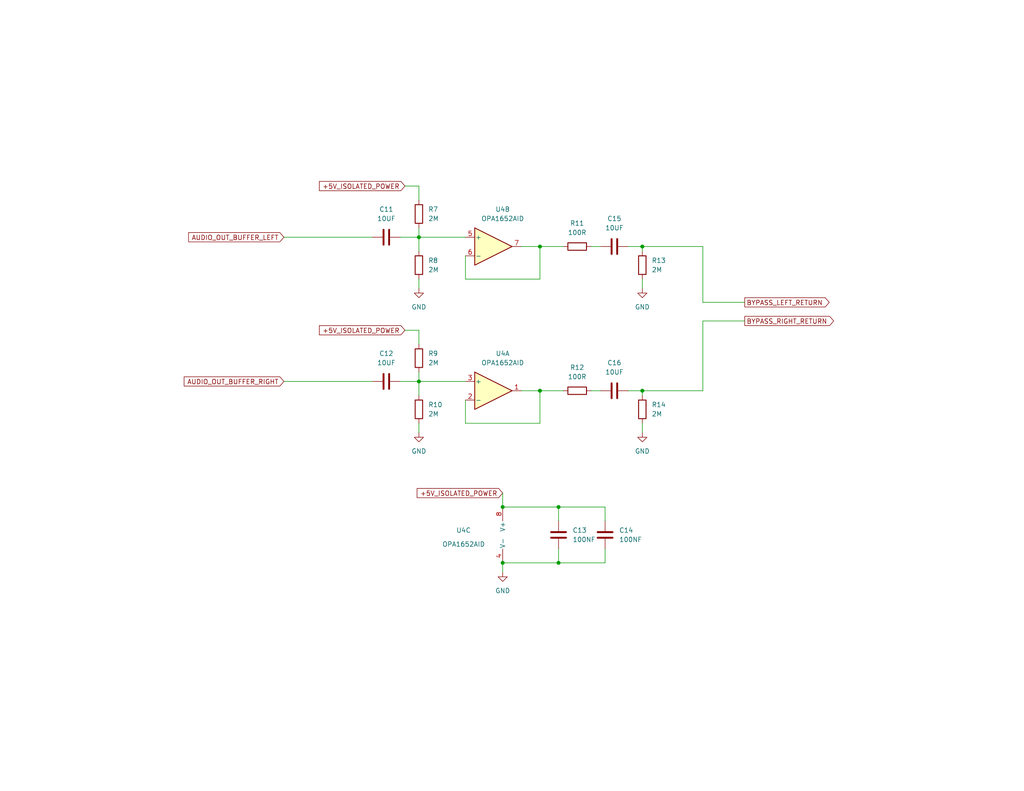
<source format=kicad_sch>
(kicad_sch (version 20230121) (generator eeschema)
  (paper "USLetter")
  (title_block (title "Daisy Seed Guitar Pedal 1590B SMD") (date "2023-11-03") (rev "2") (company "Made by Keith Shepherd (kshep@mac.com)") (comment 1 "https://github.com/electro-smith/Hardware/blob/master/reference/daisy_petal/") (comment 2 "Schematic from the Electro-Smith Daisy Petal Reference Hardware Rev 5"))
  (lib_symbols
    (symbol "Amplifier_Operational:OPA1612AxD" (pin_names (offset 0.127))
      (property "Reference" "U" (at 0 5.08 0))
      (property "Value" "OPA1612AxD" (at 0 -5.08 0))
      (symbol "OPA1612AxD_1_1"
        (polyline (pts (xy -5.08 5.08) (xy 5.08 0) (xy -5.08 -5.08) (xy -5.08 5.08)) (stroke (width 0.254)) (fill (type background)))
        (pin output line (at 7.62 0 180) (length 2.54) (name "~") (number "1"))
        (pin input line (at -7.62 -2.54 0) (length 2.54) (name "-") (number "2"))
        (pin input line (at -7.62 2.54 0) (length 2.54) (name "+") (number "3"))
      )
      (symbol "OPA1612AxD_2_1"
        (polyline (pts (xy -5.08 5.08) (xy 5.08 0) (xy -5.08 -5.08) (xy -5.08 5.08)) (stroke (width 0.254)) (fill (type background)))
        (pin input line (at -7.62 2.54 0) (length 2.54) (name "+") (number "5"))
        (pin input line (at -7.62 -2.54 0) (length 2.54) (name "-") (number "6"))
        (pin output line (at 7.62 0 180) (length 2.54) (name "~") (number "7"))
      )
      (symbol "OPA1612AxD_3_1"
        (pin power_in line (at -2.54 -7.62 90) (length 3.81) (name "V-") (number "4"))
        (pin power_in line (at -2.54 7.62 270) (length 3.81) (name "V+") (number "8"))
      )
    )
    (symbol "Device:C" (pin_numbers hide) (pin_names (offset 0.254))
      (property "Reference" "C" (at 0.635 2.54 0))
      (property "Value" "C" (at 0.635 -2.54 0))
      (symbol "C_0_1"
        (polyline (pts (xy -2.032 -0.762) (xy 2.032 -0.762)) (stroke (width 0.508)))
        (polyline (pts (xy -2.032 0.762) (xy 2.032 0.762)) (stroke (width 0.508)))
      )
      (symbol "C_1_1"
        (pin passive line (at 0 3.81 270) (length 2.794) (name "~") (number "1"))
        (pin passive line (at 0 -3.81 90) (length 2.794) (name "~") (number "2"))
      )
    )
    (symbol "Device:R" (pin_numbers hide) (pin_names (offset 0))
      (property "Reference" "R" (at 2.032 0 90))
      (property "Value" "R" (at 0 0 90))
      (symbol "R_0_1"
        (rectangle (start -1.016 -2.54) (end 1.016 2.54) (stroke (width 0.254)))
      )
      (symbol "R_1_1"
        (pin passive line (at 0 3.81 270) (length 1.27) (name "~") (number "1"))
        (pin passive line (at 0 -3.81 90) (length 1.27) (name "~") (number "2"))
      )
    )
    (symbol "power:GND" (power) (pin_names (offset 0))
      (property "Value" "GND" (at 0 -3.81 0))
      (symbol "GND_0_1"
        (polyline (pts (xy 0 0) (xy 0 -1.27) (xy 1.27 -1.27) (xy 0 -2.54) (xy -1.27 -1.27) (xy 0 -1.27)))
      )
      (symbol "GND_1_1"
        (pin power_in line (at 0 0 270) (length 0) hide (name "GND") (number "1"))
      )
    )
  )
  (junction (at 137.16 153.67))
  (junction (at 175.26 106.68))
  (junction (at 147.32 106.68))
  (junction (at 152.4 153.67))
  (junction (at 175.26 67.31))
  (junction (at 114.3 104.14))
  (junction (at 137.16 138.43))
  (junction (at 114.3 64.77))
  (junction (at 147.32 67.31))
  (junction (at 152.4 138.43))
  (wire (pts (xy 171.45 106.68) (xy 175.26 106.68)))
  (wire (pts (xy 165.1 138.43) (xy 165.1 142.24)))
  (wire (pts (xy 137.16 134.62) (xy 137.16 138.43)))
  (wire (pts (xy 161.29 67.31) (xy 163.83 67.31)))
  (wire (pts (xy 114.3 104.14) (xy 114.3 107.95)))
  (wire (pts (xy 114.3 115.57) (xy 114.3 118.11)))
  (wire (pts (xy 114.3 64.77) (xy 114.3 62.23)))
  (wire (pts (xy 127 69.85) (xy 127 76.2)))
  (wire (pts (xy 147.32 76.2) (xy 127 76.2)))
  (wire (pts (xy 114.3 64.77) (xy 127 64.77)))
  (wire (pts (xy 114.3 54.61) (xy 114.3 50.8)))
  (wire (pts (xy 152.4 153.67) (xy 165.1 153.67)))
  (wire (pts (xy 165.1 149.86) (xy 165.1 153.67)))
  (wire (pts (xy 175.26 106.68) (xy 191.77 106.68)))
  (wire (pts (xy 191.77 82.55) (xy 203.2 82.55)))
  (wire (pts (xy 114.3 104.14) (xy 127 104.14)))
  (wire (pts (xy 175.26 115.57) (xy 175.26 118.11)))
  (wire (pts (xy 161.29 106.68) (xy 163.83 106.68)))
  (wire (pts (xy 191.77 67.31) (xy 191.77 82.55)))
  (wire (pts (xy 175.26 76.2) (xy 175.26 78.74)))
  (wire (pts (xy 110.49 50.8) (xy 114.3 50.8)))
  (wire (pts (xy 114.3 76.2) (xy 114.3 78.74)))
  (wire (pts (xy 137.16 138.43) (xy 152.4 138.43)))
  (wire (pts (xy 171.45 67.31) (xy 175.26 67.31)))
  (wire (pts (xy 137.16 153.67) (xy 152.4 153.67)))
  (wire (pts (xy 110.49 90.17) (xy 114.3 90.17)))
  (wire (pts (xy 142.24 67.31) (xy 147.32 67.31)))
  (wire (pts (xy 127 109.22) (xy 127 115.57)))
  (wire (pts (xy 175.26 106.68) (xy 175.26 107.95)))
  (wire (pts (xy 77.47 64.77) (xy 101.6 64.77)))
  (wire (pts (xy 152.4 138.43) (xy 152.4 142.24)))
  (wire (pts (xy 175.26 67.31) (xy 175.26 68.58)))
  (wire (pts (xy 152.4 138.43) (xy 165.1 138.43)))
  (wire (pts (xy 147.32 106.68) (xy 153.67 106.68)))
  (wire (pts (xy 109.22 104.14) (xy 114.3 104.14)))
  (wire (pts (xy 175.26 67.31) (xy 191.77 67.31)))
  (wire (pts (xy 109.22 64.77) (xy 114.3 64.77)))
  (wire (pts (xy 152.4 149.86) (xy 152.4 153.67)))
  (wire (pts (xy 191.77 106.68) (xy 191.77 87.63)))
  (wire (pts (xy 114.3 64.77) (xy 114.3 68.58)))
  (wire (pts (xy 114.3 104.14) (xy 114.3 101.6)))
  (wire (pts (xy 142.24 106.68) (xy 147.32 106.68)))
  (wire (pts (xy 147.32 67.31) (xy 153.67 67.31)))
  (wire (pts (xy 137.16 153.67) (xy 137.16 156.21)))
  (wire (pts (xy 147.32 115.57) (xy 127 115.57)))
  (wire (pts (xy 147.32 67.31) (xy 147.32 76.2)))
  (wire (pts (xy 191.77 87.63) (xy 203.2 87.63)))
  (wire (pts (xy 114.3 93.98) (xy 114.3 90.17)))
  (wire (pts (xy 77.47 104.14) (xy 101.6 104.14)))
  (wire (pts (xy 147.32 106.68) (xy 147.32 115.57)))
  (global_label "BYPASS_LEFT_RETURN" (shape output) (at 203.2 82.55 0) (property "Intersheetrefs" "${INTERSHEET_REFS}" (effects hide)))
  (global_label "+5V_ISOLATED_POWER" (shape input) (at 110.49 50.8 180) (property "Intersheetrefs" "${INTERSHEET_REFS}" (effects hide)))
  (global_label "AUDIO_OUT_BUFFER_RIGHT" (shape input) (at 77.47 104.14 180) (property "Intersheetrefs" "${INTERSHEET_REFS}" (effects hide)))
  (global_label "+5V_ISOLATED_POWER" (shape input) (at 137.16 134.62 180) (property "Intersheetrefs" "${INTERSHEET_REFS}" (effects hide)))
  (global_label "AUDIO_OUT_BUFFER_LEFT" (shape input) (at 77.47 64.77 180) (property "Intersheetrefs" "${INTERSHEET_REFS}" (effects hide)))
  (global_label "+5V_ISOLATED_POWER" (shape input) (at 110.49 90.17 180) (property "Intersheetrefs" "${INTERSHEET_REFS}" (effects hide)))
  (global_label "BYPASS_RIGHT_RETURN" (shape output) (at 203.2 87.63 0) (property "Intersheetrefs" "${INTERSHEET_REFS}" (effects hide)))
  (symbol (lib_id "power:GND") (at 175.26 118.11 0) (unit 1)
    (property "Reference" "#PWR017" (effects hide))
    (property "Value" "GND" (at 175.26 123.19 0))
  )
  (symbol (lib_id "Device:R") (at 114.3 111.76 0) (unit 1)
    (property "Reference" "R10" (at 116.84 110.4899 0) (effects (justify left)))
    (property "Value" "2M" (at 116.84 113.0299 0) (effects (justify left)))
    (property "Footprint" "Resistor_SMD:R_0805_2012Metric" (effects hide))
  )
  (symbol (lib_id "Device:C") (at 105.41 64.77 270) (unit 1)
    (property "Reference" "C11" (at 105.41 57.15 90))
    (property "Value" "10UF" (at 105.41 59.69 90))
    (property "Footprint" "Capacitor_SMD:C_0805_2012Metric" (effects hide))
  )
  (symbol (lib_id "Amplifier_Operational:OPA1612AxD") (at 134.62 106.68 0) (unit 1)
    (property "Reference" "U4" (at 137.16 96.52 0))
    (property "Value" "OPA1652AID" (at 137.16 99.06 0))
    (property "Footprint" "Package_SO:SOIC-8_3.9x4.9mm_P1.27mm" (effects hide))
    (property "Datasheet" "http://www.ti.com/lit/ds/symlink/opa1652.pdf" (effects hide))
  )
  (symbol (lib_id "Device:C") (at 165.1 146.05 0) (unit 1)
    (property "Reference" "C14" (at 168.91 144.7799 0) (effects (justify left)))
    (property "Value" "100NF" (at 168.91 147.3199 0) (effects (justify left)))
    (property "Footprint" "Capacitor_SMD:C_0805_2012Metric" (effects hide))
  )
  (symbol (lib_id "power:GND") (at 175.26 78.74 0) (unit 1)
    (property "Reference" "#PWR016" (effects hide))
    (property "Value" "GND" (at 175.26 83.82 0))
  )
  (symbol (lib_id "Device:R") (at 114.3 72.39 0) (unit 1)
    (property "Reference" "R8" (at 116.84 71.1199 0) (effects (justify left)))
    (property "Value" "2M" (at 116.84 73.6599 0) (effects (justify left)))
    (property "Footprint" "Resistor_SMD:R_0805_2012Metric" (effects hide))
  )
  (symbol (lib_id "Device:R") (at 114.3 97.79 0) (unit 1)
    (property "Reference" "R9" (at 116.84 96.5199 0) (effects (justify left)))
    (property "Value" "2M" (at 116.84 99.0599 0) (effects (justify left)))
    (property "Footprint" "Resistor_SMD:R_0805_2012Metric" (effects hide))
  )
  (symbol (lib_id "Device:R") (at 114.3 58.42 0) (unit 1)
    (property "Reference" "R7" (at 116.84 57.1499 0) (effects (justify left)))
    (property "Value" "2M" (at 116.84 59.6899 0) (effects (justify left)))
    (property "Footprint" "Resistor_SMD:R_0805_2012Metric" (effects hide))
  )
  (symbol (lib_id "power:GND") (at 114.3 78.74 0) (unit 1)
    (property "Reference" "#PWR013" (effects hide))
    (property "Value" "GND" (at 114.3 83.82 0))
  )
  (symbol (lib_id "Amplifier_Operational:OPA1612AxD") (at 139.7 146.05 0) (unit 3)
    (property "Reference" "U4" (at 124.46 144.78 0) (effects (justify left)))
    (property "Value" "OPA1652AID" (at 120.65 148.59 0) (effects (justify left)))
    (property "Footprint" "Package_SO:SOIC-8_3.9x4.9mm_P1.27mm" (effects hide))
    (property "Datasheet" "http://www.ti.com/lit/ds/symlink/opa1652.pdf" (effects hide))
  )
  (symbol (lib_id "Device:C") (at 167.64 67.31 90) (unit 1)
    (property "Reference" "C15" (at 167.64 59.69 90))
    (property "Value" "10UF" (at 167.64 62.23 90))
    (property "Footprint" "Capacitor_SMD:C_0805_2012Metric" (effects hide))
  )
  (symbol (lib_id "Amplifier_Operational:OPA1612AxD") (at 134.62 67.31 0) (unit 2)
    (property "Reference" "U4" (at 137.16 57.15 0))
    (property "Value" "OPA1652AID" (at 137.16 59.69 0))
    (property "Footprint" "Package_SO:SOIC-8_3.9x4.9mm_P1.27mm" (effects hide))
    (property "Datasheet" "http://www.ti.com/lit/ds/symlink/opa1652.pdf" (effects hide))
  )
  (symbol (lib_id "power:GND") (at 114.3 118.11 0) (unit 1)
    (property "Reference" "#PWR014" (effects hide))
    (property "Value" "GND" (at 114.3 123.19 0))
  )
  (symbol (lib_id "Device:C") (at 167.64 106.68 90) (unit 1)
    (property "Reference" "C16" (at 167.64 99.06 90))
    (property "Value" "10UF" (at 167.64 101.6 90))
    (property "Footprint" "Capacitor_SMD:C_0805_2012Metric" (effects hide))
  )
  (symbol (lib_id "Device:R") (at 157.48 67.31 90) (unit 1)
    (property "Reference" "R11" (at 157.48 60.96 90))
    (property "Value" "100R" (at 157.48 63.5 90))
    (property "Footprint" "Resistor_SMD:R_0805_2012Metric" (effects hide))
  )
  (symbol (lib_id "power:GND") (at 137.16 156.21 0) (unit 1)
    (property "Reference" "#PWR015" (effects hide))
    (property "Value" "GND" (at 137.16 161.29 0))
  )
  (symbol (lib_id "Device:R") (at 157.48 106.68 90) (unit 1)
    (property "Reference" "R12" (at 157.48 100.33 90))
    (property "Value" "100R" (at 157.48 102.87 90))
    (property "Footprint" "Resistor_SMD:R_0805_2012Metric" (effects hide))
  )
  (symbol (lib_id "Device:C") (at 105.41 104.14 270) (unit 1)
    (property "Reference" "C12" (at 105.41 96.52 90))
    (property "Value" "10UF" (at 105.41 99.06 90))
    (property "Footprint" "Capacitor_SMD:C_0805_2012Metric" (effects hide))
  )
  (symbol (lib_id "Device:R") (at 175.26 72.39 0) (unit 1)
    (property "Reference" "R13" (at 177.8 71.1199 0) (effects (justify left)))
    (property "Value" "2M" (at 177.8 73.6599 0) (effects (justify left)))
    (property "Footprint" "Resistor_SMD:R_0805_2012Metric" (effects hide))
  )
  (symbol (lib_id "Device:R") (at 175.26 111.76 0) (unit 1)
    (property "Reference" "R14" (at 177.8 110.4899 0) (effects (justify left)))
    (property "Value" "2M" (at 177.8 113.0299 0) (effects (justify left)))
    (property "Footprint" "Resistor_SMD:R_0805_2012Metric" (effects hide))
  )
  (symbol (lib_id "Device:C") (at 152.4 146.05 0) (unit 1)
    (property "Reference" "C13" (at 156.21 144.7799 0) (effects (justify left)))
    (property "Value" "100NF" (at 156.21 147.3199 0) (effects (justify left)))
    (property "Footprint" "Capacitor_SMD:C_0805_2012Metric" (effects hide))
  )
)
</source>
